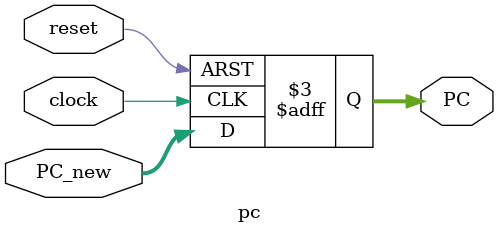
<source format=v>
module pc (clock, reset, PC, PC_new);

	input reset, clock;
	input [31:0] PC_new;
	output reg [31:0] PC;

	always @(posedge clock or negedge reset)
		begin
			if (reset == 1'b0)
				PC <= 0;
			else
				PC <= PC_new;
		end

endmodule

</source>
